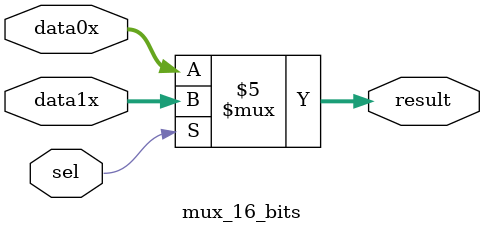
<source format=v>
module mux_16_bits (
	data0x,
	data1x,
	sel,
	result);

	input	[15:0]  data0x;
	input	[15:0]  data1x;
	input	  sel;
	output	[15:0]  result;

	reg [15: 0]	result;
	
initial 
	begin
		result = 16'd0;
	end
	
always@(*)
	begin
		if (sel == 1'b0)
			result = data0x;
		else
			result = data1x;
	end
endmodule

</source>
